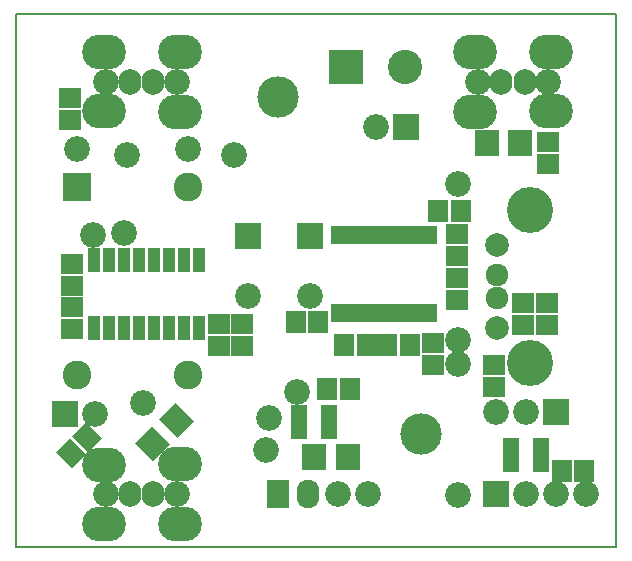
<source format=gbr>
G04 #@! TF.FileFunction,Soldermask,Bot*
%FSLAX46Y46*%
G04 Gerber Fmt 4.6, Leading zero omitted, Abs format (unit mm)*
G04 Created by KiCad (PCBNEW 4.0.5+dfsg1-4) date Wed Feb 28 09:20:33 2018*
%MOMM*%
%LPD*%
G01*
G04 APERTURE LIST*
%ADD10C,0.100000*%
%ADD11C,0.150000*%
%ADD12R,2.178000X2.178000*%
%ADD13C,2.178000*%
%ADD14R,1.697940X1.898600*%
%ADD15R,1.898600X1.697940*%
%ADD16C,2.000200*%
%ADD17C,1.924000*%
%ADD18C,3.900120*%
%ADD19R,1.997660X2.200860*%
%ADD20R,2.432000X2.432000*%
%ADD21C,2.432000*%
%ADD22R,2.899360X2.899360*%
%ADD23C,2.899360*%
%ADD24R,1.035000X2.051000*%
%ADD25R,1.416000X1.035000*%
%ADD26R,1.924000X2.432000*%
%ADD27O,1.924000X2.432000*%
%ADD28C,3.501340*%
%ADD29R,0.704800X1.543000*%
%ADD30O,1.924000X2.178000*%
%ADD31O,3.702000X2.940000*%
G04 APERTURE END LIST*
D10*
D11*
X0Y0D02*
X0Y-45085000D01*
X50800000Y0D02*
X0Y0D01*
X50800000Y-45085000D02*
X50800000Y0D01*
X0Y-45085000D02*
X50800000Y-45085000D01*
D12*
X24892000Y-18796000D03*
D13*
X24892000Y-23876000D03*
D14*
X29715460Y-28003500D03*
X27815540Y-28003500D03*
X31435040Y-28003500D03*
X33334960Y-28003500D03*
D15*
X35306000Y-29715460D03*
X35306000Y-27815540D03*
D14*
X37652960Y-16637000D03*
X35753040Y-16637000D03*
D15*
X44958000Y-24450040D03*
X44958000Y-26349960D03*
X42926000Y-26349960D03*
X42926000Y-24450040D03*
X37338000Y-24190960D03*
X37338000Y-22291040D03*
X37338000Y-20507960D03*
X37338000Y-18608040D03*
D14*
X25587960Y-26035000D03*
X23688040Y-26035000D03*
D16*
X40767000Y-26543000D03*
D17*
X40767000Y-24043640D03*
X40767000Y-22044660D03*
D16*
X40767000Y-19542760D03*
D18*
X43517820Y-29542740D03*
X43517820Y-16543020D03*
D15*
X45085000Y-12697460D03*
X45085000Y-10797540D03*
D12*
X33020000Y-9525000D03*
D13*
X30480000Y-9525000D03*
D12*
X4127500Y-33845500D03*
D13*
X6667500Y-33845500D03*
D19*
X39855140Y-10922000D03*
X42694860Y-10922000D03*
D20*
X5207000Y-14668500D03*
D21*
X14605000Y-14668500D03*
X5207000Y-30543500D03*
X14605000Y-30543500D03*
D22*
X27940000Y-4445000D03*
D23*
X32941260Y-4445000D03*
D15*
X4572000Y-8950960D03*
X4572000Y-7051040D03*
D12*
X19685000Y-18796000D03*
D13*
X19685000Y-23876000D03*
D15*
X17208500Y-26228040D03*
X17208500Y-28127960D03*
X19177000Y-26228040D03*
X19177000Y-28127960D03*
D24*
X6604000Y-20828000D03*
X7874000Y-20828000D03*
X9144000Y-20828000D03*
X10414000Y-20828000D03*
X11684000Y-20828000D03*
X12954000Y-20828000D03*
X14224000Y-20828000D03*
X15494000Y-20828000D03*
X15494000Y-26543000D03*
X14224000Y-26543000D03*
X12954000Y-26543000D03*
X11684000Y-26543000D03*
X10414000Y-26543000D03*
X9144000Y-26543000D03*
X7874000Y-26543000D03*
X6604000Y-26543000D03*
D10*
G36*
X5934779Y-34505708D02*
X7277292Y-35848221D01*
X6076667Y-37048846D01*
X4734154Y-35706333D01*
X5934779Y-34505708D01*
X5934779Y-34505708D01*
G37*
G36*
X4591333Y-35849154D02*
X5933846Y-37191667D01*
X4733221Y-38392292D01*
X3390708Y-37049779D01*
X4591333Y-35849154D01*
X4591333Y-35849154D01*
G37*
D15*
X4762500Y-24767540D03*
X4762500Y-26667460D03*
X4762500Y-23047960D03*
X4762500Y-21148040D03*
D10*
G36*
X13505151Y-32881106D02*
X15061394Y-34437349D01*
X13648835Y-35849908D01*
X12092592Y-34293665D01*
X13505151Y-32881106D01*
X13505151Y-32881106D01*
G37*
G36*
X11497165Y-34889092D02*
X13053408Y-36445335D01*
X11640849Y-37857894D01*
X10084606Y-36301651D01*
X11497165Y-34889092D01*
X11497165Y-34889092D01*
G37*
D14*
X28254960Y-31750000D03*
X26355040Y-31750000D03*
D25*
X24003000Y-35496500D03*
X24003000Y-34546540D03*
X24003000Y-33596580D03*
X26543000Y-33596580D03*
X26543000Y-34546540D03*
X26543000Y-35496500D03*
D26*
X22225000Y-40640000D03*
D27*
X24765000Y-40640000D03*
D13*
X27305000Y-40640000D03*
X29845000Y-40640000D03*
D28*
X22225000Y-6985000D03*
X34290000Y-35560000D03*
D15*
X40449500Y-31556960D03*
X40449500Y-29657040D03*
D25*
X44450000Y-36385500D03*
X44450000Y-37335460D03*
X44450000Y-38285420D03*
X41910000Y-38285420D03*
X41910000Y-37335460D03*
X41910000Y-36385500D03*
D14*
X46230540Y-38671500D03*
X48130460Y-38671500D03*
D12*
X40640000Y-40640000D03*
D13*
X43180000Y-40640000D03*
X45720000Y-40640000D03*
X48260000Y-40640000D03*
D12*
X45720000Y-33655000D03*
D13*
X43180000Y-33655000D03*
X40640000Y-33655000D03*
D19*
X25250140Y-37465000D03*
X28089860Y-37465000D03*
D29*
X27051000Y-18669000D03*
X27686000Y-18669000D03*
X28321000Y-18669000D03*
X28956000Y-18669000D03*
X29591000Y-18669000D03*
X30226000Y-18669000D03*
X30861000Y-18669000D03*
X31496000Y-18669000D03*
X32131000Y-18669000D03*
X32766000Y-18669000D03*
X33401000Y-18669000D03*
X34036000Y-18669000D03*
X34671000Y-18669000D03*
X35306000Y-18669000D03*
X35306000Y-25336500D03*
X34671000Y-25336500D03*
X34036000Y-25336500D03*
X33401000Y-25336500D03*
X32766000Y-25336500D03*
X32131000Y-25336500D03*
X31496000Y-25336500D03*
X30861000Y-25336500D03*
X30226000Y-25336500D03*
X29591000Y-25336500D03*
X28956000Y-25336500D03*
X28321000Y-25336500D03*
X27686000Y-25336500D03*
X27051000Y-25336500D03*
D13*
X5207000Y-11430000D03*
X14605000Y-11430000D03*
X7620000Y-40640000D03*
D30*
X9620000Y-40640000D03*
X11620000Y-40640000D03*
D13*
X13620000Y-40640000D03*
D31*
X13875000Y-38100000D03*
X13875000Y-43180000D03*
X7420000Y-38140000D03*
X7420000Y-43140000D03*
D13*
X7620000Y-5715000D03*
D30*
X9620000Y-5715000D03*
X11620000Y-5715000D03*
D13*
X13620000Y-5715000D03*
D31*
X13875000Y-3175000D03*
X13875000Y-8255000D03*
X7420000Y-3215000D03*
X7420000Y-8215000D03*
D13*
X45085000Y-5715000D03*
D30*
X43085000Y-5715000D03*
X41085000Y-5715000D03*
D13*
X39085000Y-5715000D03*
D31*
X38830000Y-8255000D03*
X38830000Y-3175000D03*
X45285000Y-8215000D03*
X45285000Y-3215000D03*
D13*
X37465000Y-27559000D03*
X37465000Y-14351000D03*
X37465000Y-40703500D03*
X37465000Y-29654500D03*
X21209000Y-36893500D03*
X10731500Y-32956500D03*
X9398000Y-11938000D03*
X18478500Y-11938000D03*
X6540500Y-18669000D03*
X21399500Y-34226500D03*
X9144000Y-18542000D03*
X23812500Y-32004000D03*
M02*

</source>
